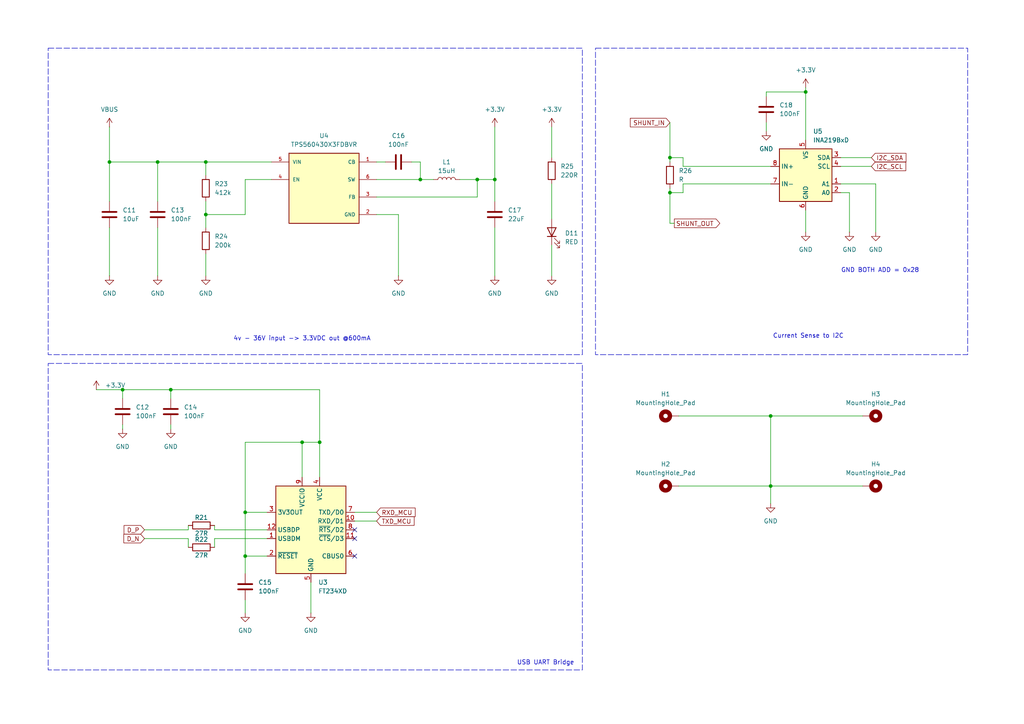
<source format=kicad_sch>
(kicad_sch (version 20250114) (generator "eeschema") (generator_version "9.0")
  (paper "A4")
  (lib_symbols
    (symbol "Device:C" (pin_numbers (hide yes)) (pin_names (offset 0.254))
      (property "Reference" "C" (at 0.635 2.54 0))
      (property "Value" "C" (at 0.635 -2.54 0))
      (symbol "C_0_1"
        (polyline (pts (xy -2.032 0.762) (xy 2.032 0.762)) (stroke (width 0.508)))
        (polyline (pts (xy -2.032 -0.762) (xy 2.032 -0.762)) (stroke (width 0.508)))
      )
      (symbol "C_1_1"
        (pin passive line (at 0 3.81 270) (length 2.794) (name "~") (number "1"))
        (pin passive line (at 0 -3.81 90) (length 2.794) (name "~") (number "2"))
      )
    )
    (symbol "Device:L" (pin_numbers (hide yes)) (pin_names (offset 1.016) (hide yes))
      (property "Reference" "L" (at -1.27 0 90))
      (property "Value" "L" (at 1.905 0 90))
      (symbol "L_0_1"
        (arc (start 0 2.54) (mid 0.6323 1.905) (end 0 1.27))
        (arc (start 0 1.27) (mid 0.6323 0.635) (end 0 0))
        (arc (start 0 0) (mid 0.6323 -0.635) (end 0 -1.27))
        (arc (start 0 -1.27) (mid 0.6323 -1.905) (end 0 -2.54))
      )
      (symbol "L_1_1"
        (pin passive line (at 0 3.81 270) (length 1.27) (name "1") (number "1"))
        (pin passive line (at 0 -3.81 90) (length 1.27) (name "2") (number "2"))
      )
    )
    (symbol "Device:LED" (pin_numbers (hide yes)) (pin_names (offset 1.016) (hide yes))
      (property "Reference" "D" (at 0 2.54 0))
      (property "Value" "LED" (at 0 -2.54 0))
      (symbol "LED_0_1"
        (polyline (pts (xy -3.048 -0.762) (xy -4.572 -2.286) (xy -3.81 -2.286) (xy -4.572 -2.286) (xy -4.572 -1.524)))
        (polyline (pts (xy -1.778 -0.762) (xy -3.302 -2.286) (xy -2.54 -2.286) (xy -3.302 -2.286) (xy -3.302 -1.524)))
        (polyline (pts (xy -1.27 0) (xy 1.27 0)))
        (polyline (pts (xy -1.27 -1.27) (xy -1.27 1.27)) (stroke (width 0.254)))
        (polyline (pts (xy 1.27 -1.27) (xy 1.27 1.27) (xy -1.27 0) (xy 1.27 -1.27)) (stroke (width 0.254)))
      )
      (symbol "LED_1_1"
        (pin passive line (at -3.81 0 0) (length 2.54) (name "K") (number "1"))
        (pin passive line (at 3.81 0 180) (length 2.54) (name "A") (number "2"))
      )
    )
    (symbol "Device:R" (pin_numbers (hide yes)) (pin_names (offset 0))
      (property "Reference" "R" (at 2.032 0 90))
      (property "Value" "R" (at 0 0 90))
      (symbol "R_0_1"
        (rectangle (start -1.016 -2.54) (end 1.016 2.54) (stroke (width 0.254)))
      )
      (symbol "R_1_1"
        (pin passive line (at 0 3.81 270) (length 1.27) (name "~") (number "1"))
        (pin passive line (at 0 -3.81 90) (length 1.27) (name "~") (number "2"))
      )
    )
    (symbol "Interface_USB:FT234XD"
      (property "Reference" "U" (at -15.494 14.986 0))
      (property "Value" "FT234XD" (at -15.494 12.954 0))
      (symbol "FT234XD_0_0"
        (rectangle (start -10.16 12.7) (end 10.16 -12.7) (stroke (width 0.254)) (fill (type background)))
      )
      (symbol "FT234XD_1_0"
        (pin power_out line (at -12.7 5.08 0) (length 2.54) (name "3V3OUT") (number "3"))
        (pin bidirectional line (at -12.7 0 0) (length 2.54) (name "USBDP") (number "12"))
        (pin bidirectional line (at -12.7 -2.54 0) (length 2.54) (name "USBDM") (number "1"))
        (pin input line (at -12.7 -7.62 0) (length 2.54) (name "~{RESET}") (number "2"))
        (pin power_in line (at -2.54 15.24 270) (length 2.54) (name "VCCIO") (number "9"))
        (pin passive line (at 0 -15.24 90) (length 2.54) (hide yes) (name "GND") (number "13"))
        (pin power_in line (at 0 -15.24 90) (length 2.54) (name "GND") (number "5"))
        (pin power_in line (at 2.54 15.24 270) (length 2.54) (name "VCC") (number "4"))
        (pin bidirectional line (at 12.7 5.08 180) (length 2.54) (name "TXD/D0") (number "7"))
        (pin bidirectional line (at 12.7 2.54 180) (length 2.54) (name "RXD/D1") (number "10"))
        (pin bidirectional line (at 12.7 0 180) (length 2.54) (name "~{RTS}/D2") (number "8"))
        (pin bidirectional line (at 12.7 -2.54 180) (length 2.54) (name "~{CTS}/D3") (number "11"))
        (pin bidirectional line (at 12.7 -7.62 180) (length 2.54) (name "CBUS0") (number "6"))
      )
    )
    (symbol "Mechanical:MountingHole_Pad" (pin_numbers (hide yes)) (pin_names (offset 1.016) (hide yes)) (in_bom no)
      (property "Reference" "H" (at 0 6.35 0))
      (property "Value" "MountingHole_Pad" (at 0 4.445 0))
      (symbol "MountingHole_Pad_0_1"
        (circle (center 0 1.27) (radius 1.27) (stroke (width 1.27)))
      )
      (symbol "MountingHole_Pad_1_1"
        (pin input line (at 0 -2.54 90) (length 2.54) (name "1") (number "1"))
      )
    )
    (symbol "Sensor_Energy:INA219BxD"
      (property "Reference" "U" (at -6.35 8.89 0))
      (property "Value" "INA219BxD" (at 5.08 8.89 0))
      (symbol "INA219BxD_0_1"
        (rectangle (start -7.62 7.62) (end 7.62 -7.62) (stroke (width 0.254)) (fill (type background)))
      )
      (symbol "INA219BxD_1_1"
        (pin input line (at -10.16 2.54 0) (length 2.54) (name "IN+") (number "8"))
        (pin input line (at -10.16 -2.54 0) (length 2.54) (name "IN-") (number "7"))
        (pin power_in line (at 0 10.16 270) (length 2.54) (name "VS") (number "5"))
        (pin power_in line (at 0 -10.16 90) (length 2.54) (name "GND") (number "6"))
        (pin bidirectional line (at 10.16 5.08 180) (length 2.54) (name "SDA") (number "3"))
        (pin input line (at 10.16 2.54 180) (length 2.54) (name "SCL") (number "4"))
        (pin input line (at 10.16 -2.54 180) (length 2.54) (name "A1") (number "1"))
        (pin input line (at 10.16 -5.08 180) (length 2.54) (name "A0") (number "2"))
      )
    )
    (symbol "TPS560430X3FDBVR:TPS560430X3FDBVR" (pin_names (offset 1.016))
      (property "Reference" "U" (at -10.16 10.922 0))
      (property "Value" "TPS560430X3FDBVR" (at -10.16 -12.7 0))
      (symbol "TPS560430X3FDBVR_0_0"
        (rectangle (start -10.16 -10.16) (end 10.16 10.16) (stroke (width 0.254)) (fill (type background)))
        (pin input line (at -15.24 7.62 0) (length 5.08) (name "VIN") (number "5"))
        (pin input line (at -15.24 2.54 0) (length 5.08) (name "EN") (number "4"))
        (pin passive line (at 15.24 7.62 180) (length 5.08) (name "CB") (number "1"))
        (pin passive line (at 15.24 2.54 180) (length 5.08) (name "SW") (number "6"))
        (pin input line (at 15.24 -2.54 180) (length 5.08) (name "FB") (number "3"))
        (pin power_in line (at 15.24 -7.62 180) (length 5.08) (name "GND") (number "2"))
      )
    )
    (symbol "power:+3.3V" (power) (pin_numbers (hide yes)) (pin_names (offset 0) (hide yes))
      (property "Value" "+3.3V" (at 0 3.556 0))
      (symbol "+3.3V_0_1"
        (polyline (pts (xy -0.762 1.27) (xy 0 2.54)))
        (polyline (pts (xy 0 2.54) (xy 0.762 1.27)))
        (polyline (pts (xy 0 0) (xy 0 2.54)))
      )
      (symbol "+3.3V_1_1"
        (pin power_in line (at 0 0 90) (length 0) (name "~") (number "1"))
      )
    )
    (symbol "power:GND" (power) (pin_numbers (hide yes)) (pin_names (offset 0) (hide yes))
      (property "Value" "GND" (at 0 -3.81 0))
      (symbol "GND_0_1"
        (polyline (pts (xy 0 0) (xy 0 -1.27) (xy 1.27 -1.27) (xy 0 -2.54) (xy -1.27 -1.27) (xy 0 -1.27)))
      )
      (symbol "GND_1_1"
        (pin power_in line (at 0 0 270) (length 0) (name "~") (number "1"))
      )
    )
    (symbol "power:VBUS" (power) (pin_numbers (hide yes)) (pin_names (offset 0) (hide yes))
      (property "Value" "VBUS" (at 0 3.556 0))
      (symbol "VBUS_0_1"
        (polyline (pts (xy -0.762 1.27) (xy 0 2.54)))
        (polyline (pts (xy 0 2.54) (xy 0.762 1.27)))
        (polyline (pts (xy 0 0) (xy 0 2.54)))
      )
      (symbol "VBUS_1_1"
        (pin power_in line (at 0 0 90) (length 0) (name "~") (number "1"))
      )
    )
  )
  (rectangle (start 172.72 13.97) (end 280.67 102.87) (stroke (width 0) (type dash)))
  (rectangle (start 13.97 105.41) (end 168.91 194.31) (stroke (width 0) (type dash)))
  (rectangle (start 13.97 13.97) (end 168.91 102.87) (stroke (width 0) (type dash)))
  (text "Current Sense to I2C" (at 234.442 97.536 0) (effects (font (size 1.27 1.27))))
  (text "4v - 36V input -> 3.3VDC out @600mA" (at 87.63 98.298 0) (effects (font (size 1.27 1.27))))
  (text "GND BOTH ADD = 0x28" (at 255.27 78.486 0) (effects (font (size 1.27 1.27))))
  (text "USB UART Bridge" (at 158.242 192.278 0) (effects (font (size 1.27 1.27))))
  (junction (at 45.72 46.99))
  (junction (at 121.92 52.07))
  (junction (at 143.51 52.07))
  (junction (at 138.43 52.07))
  (junction (at 223.52 120.65))
  (junction (at 59.69 46.99))
  (junction (at 31.75 46.99))
  (junction (at 71.12 161.29))
  (junction (at 223.52 140.97))
  (junction (at 194.31 55.88))
  (junction (at 59.69 62.23))
  (junction (at 35.56 113.03))
  (junction (at 71.12 148.59))
  (junction (at 87.63 128.27))
  (junction (at 92.71 128.27))
  (junction (at 233.68 26.67))
  (junction (at 194.31 45.72))
  (junction (at 49.53 113.03))
  (no_connect (at 102.87 161.29))
  (no_connect (at 102.87 153.67))
  (no_connect (at 102.87 156.21))
  (wire (pts (xy 121.92 52.07) (xy 125.73 52.07)))
  (wire (pts (xy 71.12 62.23) (xy 71.12 52.07)))
  (wire (pts (xy 59.69 58.42) (xy 59.69 62.23)))
  (wire (pts (xy 35.56 123.19) (xy 35.56 124.46)))
  (wire (pts (xy 31.75 46.99) (xy 45.72 46.99)))
  (wire (pts (xy 71.12 173.99) (xy 71.12 177.8)))
  (wire (pts (xy 92.71 113.03) (xy 92.71 128.27)))
  (wire (pts (xy 222.25 26.67) (xy 222.25 27.94)))
  (wire (pts (xy 41.91 156.21) (xy 54.61 156.21)))
  (wire (pts (xy 41.91 153.67) (xy 54.61 153.67)))
  (wire (pts (xy 115.57 80.01) (xy 115.57 62.23)))
  (wire (pts (xy 109.22 57.15) (xy 138.43 57.15)))
  (wire (pts (xy 54.61 158.75) (xy 54.61 156.21)))
  (wire (pts (xy 194.31 55.88) (xy 198.12 55.88)))
  (wire (pts (xy 198.12 48.26) (xy 223.52 48.26)))
  (wire (pts (xy 45.72 46.99) (xy 59.69 46.99)))
  (wire (pts (xy 198.12 45.72) (xy 194.31 45.72)))
  (wire (pts (xy 49.53 115.57) (xy 49.53 113.03)))
  (wire (pts (xy 31.75 58.42) (xy 31.75 46.99)))
  (wire (pts (xy 194.31 55.88) (xy 194.31 64.77)))
  (wire (pts (xy 138.43 52.07) (xy 143.51 52.07)))
  (wire (pts (xy 243.84 45.72) (xy 252.73 45.72)))
  (wire (pts (xy 160.02 36.83) (xy 160.02 45.72)))
  (wire (pts (xy 160.02 71.12) (xy 160.02 80.01)))
  (wire (pts (xy 59.69 46.99) (xy 59.69 50.8)))
  (wire (pts (xy 194.31 54.61) (xy 194.31 55.88)))
  (wire (pts (xy 143.51 52.07) (xy 143.51 58.42)))
  (wire (pts (xy 233.68 26.67) (xy 222.25 26.67)))
  (wire (pts (xy 143.51 66.04) (xy 143.51 80.01)))
  (wire (pts (xy 254 53.34) (xy 254 67.31)))
  (wire (pts (xy 31.75 36.83) (xy 31.75 46.99)))
  (wire (pts (xy 223.52 140.97) (xy 250.19 140.97)))
  (wire (pts (xy 115.57 62.23) (xy 109.22 62.23)))
  (wire (pts (xy 223.52 140.97) (xy 223.52 146.05)))
  (wire (pts (xy 71.12 128.27) (xy 71.12 148.59)))
  (wire (pts (xy 49.53 123.19) (xy 49.53 124.46)))
  (wire (pts (xy 90.17 168.91) (xy 90.17 177.8)))
  (wire (pts (xy 109.22 52.07) (xy 121.92 52.07)))
  (wire (pts (xy 102.87 151.13) (xy 109.22 151.13)))
  (wire (pts (xy 59.69 62.23) (xy 59.69 66.04)))
  (wire (pts (xy 243.84 55.88) (xy 246.38 55.88)))
  (wire (pts (xy 143.51 36.83) (xy 143.51 52.07)))
  (wire (pts (xy 71.12 148.59) (xy 71.12 161.29)))
  (wire (pts (xy 45.72 46.99) (xy 45.72 58.42)))
  (wire (pts (xy 119.38 46.99) (xy 121.92 46.99)))
  (wire (pts (xy 87.63 128.27) (xy 87.63 138.43)))
  (wire (pts (xy 160.02 53.34) (xy 160.02 63.5)))
  (wire (pts (xy 222.25 35.56) (xy 222.25 38.1)))
  (wire (pts (xy 138.43 57.15) (xy 138.43 52.07)))
  (wire (pts (xy 243.84 53.34) (xy 254 53.34)))
  (wire (pts (xy 49.53 113.03) (xy 92.71 113.03)))
  (wire (pts (xy 109.22 46.99) (xy 111.76 46.99)))
  (wire (pts (xy 92.71 128.27) (xy 92.71 138.43)))
  (wire (pts (xy 198.12 48.26) (xy 198.12 45.72)))
  (wire (pts (xy 138.43 52.07) (xy 133.35 52.07)))
  (wire (pts (xy 54.61 153.67) (xy 54.61 152.4)))
  (wire (pts (xy 31.75 66.04) (xy 31.75 80.01)))
  (wire (pts (xy 62.23 153.67) (xy 77.47 153.67)))
  (wire (pts (xy 49.53 113.03) (xy 35.56 113.03)))
  (wire (pts (xy 35.56 113.03) (xy 27.94 113.03)))
  (wire (pts (xy 194.31 64.77) (xy 195.58 64.77)))
  (wire (pts (xy 243.84 48.26) (xy 252.73 48.26)))
  (wire (pts (xy 62.23 156.21) (xy 62.23 158.75)))
  (wire (pts (xy 77.47 148.59) (xy 71.12 148.59)))
  (wire (pts (xy 196.85 140.97) (xy 223.52 140.97)))
  (wire (pts (xy 62.23 153.67) (xy 62.23 152.4)))
  (wire (pts (xy 233.68 67.31) (xy 233.68 60.96)))
  (wire (pts (xy 71.12 52.07) (xy 78.74 52.07)))
  (wire (pts (xy 71.12 161.29) (xy 71.12 166.37)))
  (wire (pts (xy 45.72 66.04) (xy 45.72 80.01)))
  (wire (pts (xy 121.92 46.99) (xy 121.92 52.07)))
  (wire (pts (xy 59.69 46.99) (xy 78.74 46.99)))
  (wire (pts (xy 194.31 45.72) (xy 194.31 46.99)))
  (wire (pts (xy 62.23 156.21) (xy 77.47 156.21)))
  (wire (pts (xy 198.12 53.34) (xy 223.52 53.34)))
  (wire (pts (xy 71.12 161.29) (xy 77.47 161.29)))
  (wire (pts (xy 59.69 62.23) (xy 71.12 62.23)))
  (wire (pts (xy 194.31 35.56) (xy 194.31 45.72)))
  (wire (pts (xy 223.52 120.65) (xy 223.52 140.97)))
  (wire (pts (xy 250.19 120.65) (xy 223.52 120.65)))
  (wire (pts (xy 87.63 128.27) (xy 92.71 128.27)))
  (wire (pts (xy 35.56 113.03) (xy 35.56 115.57)))
  (wire (pts (xy 196.85 120.65) (xy 223.52 120.65)))
  (wire (pts (xy 246.38 55.88) (xy 246.38 67.31)))
  (wire (pts (xy 233.68 25.4) (xy 233.68 26.67)))
  (wire (pts (xy 233.68 26.67) (xy 233.68 40.64)))
  (wire (pts (xy 59.69 73.66) (xy 59.69 80.01)))
  (wire (pts (xy 102.87 148.59) (xy 109.22 148.59)))
  (wire (pts (xy 198.12 53.34) (xy 198.12 55.88)))
  (wire (pts (xy 71.12 128.27) (xy 87.63 128.27)))
  (global_label "SHUNT_OUT" (shape output) (at 195.58 64.77 0) (property "Intersheetrefs" "${INTERSHEET_REFS}" (effects (hide yes))))
  (global_label "SHUNT_IN" (shape input) (at 194.31 35.56 180) (property "Intersheetrefs" "${INTERSHEET_REFS}" (effects (hide yes))))
  (global_label "D_N" (shape input) (at 41.91 156.21 180) (property "Intersheetrefs" "${INTERSHEET_REFS}" (effects (hide yes))))
  (global_label "RXD_MCU" (shape input) (at 109.22 148.59 0) (property "Intersheetrefs" "${INTERSHEET_REFS}" (effects (hide yes))))
  (global_label "TXD_MCU" (shape input) (at 109.22 151.13 0) (property "Intersheetrefs" "${INTERSHEET_REFS}" (effects (hide yes))))
  (global_label "I2C_SDA" (shape input) (at 252.73 45.72 0) (property "Intersheetrefs" "${INTERSHEET_REFS}" (effects (hide yes))))
  (global_label "I2C_SCL" (shape input) (at 252.73 48.26 0) (property "Intersheetrefs" "${INTERSHEET_REFS}" (effects (hide yes))))
  (global_label "D_P" (shape input) (at 41.91 153.67 180) (property "Intersheetrefs" "${INTERSHEET_REFS}" (effects (hide yes))))
  (symbol (lib_id "power:+3.3V") (at 143.51 36.83 0) (unit 1)
    (property "Reference" "#PWR051" (effects (hide yes)))
    (property "Value" "+3.3V" (at 143.51 31.75 0))
    (property "Description" "Power symbol creates a global label with name \"+3.3V\"" (effects (hide yes)))
  )
  (symbol (lib_id "Device:C") (at 35.56 119.38 0) (unit 1)
    (property "Reference" "C12" (at 39.37 118.1099 0) (effects (justify left)))
    (property "Value" "100nF" (at 39.37 120.6499 0) (effects (justify left)))
    (property "Footprint" "Capacitor_SMD:C_0603_1608Metric" (effects (hide yes)))
    (property "Description" "Unpolarized capacitor" (effects (hide yes)))
  )
  (symbol (lib_id "power:VBUS") (at 31.75 36.83 0) (unit 1)
    (property "Reference" "#PWR042" (effects (hide yes)))
    (property "Value" "VBUS" (at 31.75 31.75 0))
    (property "Description" "Power symbol creates a global label with name \"VBUS\"" (effects (hide yes)))
  )
  (symbol (lib_id "Sensor_Energy:INA219BxD") (at 233.68 50.8 0) (unit 1)
    (property "Reference" "U5" (at 235.8233 38.1 0) (effects (justify left)))
    (property "Value" "INA219BxD" (at 235.8233 40.64 0) (effects (justify left)))
    (property "Footprint" "Package_SO:SOIC-8_3.9x4.9mm_P1.27mm" (effects (hide yes)))
    (property "Datasheet" "http://www.ti.com/lit/ds/symlink/ina219.pdf" (effects (hide yes)))
    (property "Description" "Zero-Drift, HighAccuracy, Bidirectional Current/Power Monitor (0-26V) With I2C Interface, SOIC-8" (effects (hide yes)))
  )
  (symbol (lib_id "Device:R") (at 194.31 50.8 0) (unit 1)
    (property "Reference" "R26" (at 196.85 49.5299 0) (effects (justify left)))
    (property "Value" "R" (at 196.85 52.0699 0) (effects (justify left)))
    (property "Footprint" "Resistor_SMD:R_2816_7142Metric" (effects (hide yes)))
    (property "Description" "Resistor" (effects (hide yes)))
    (property "MPN1" "WSL2512R0100FEA" (effects (hide yes)))
    (property "MFR1" "Vishay" (effects (hide yes)))
  )
  (symbol (lib_id "power:GND") (at 31.75 80.01 0) (unit 1)
    (property "Reference" "#PWR043" (effects (hide yes)))
    (property "Value" "GND" (at 31.75 85.09 0))
    (property "Description" "Power symbol creates a global label with name \"GND\" , ground" (effects (hide yes)))
  )
  (symbol (lib_id "power:GND") (at 222.25 38.1 0) (unit 1)
    (property "Reference" "#PWR055" (effects (hide yes)))
    (property "Value" "GND" (at 222.25 43.18 0))
    (property "Description" "Power symbol creates a global label with name \"GND\" , ground" (effects (hide yes)))
  )
  (symbol (lib_id "power:GND") (at 90.17 177.8 0) (unit 1)
    (property "Reference" "#PWR049" (effects (hide yes)))
    (property "Value" "GND" (at 90.17 182.88 0))
    (property "Description" "Power symbol creates a global label with name \"GND\" , ground" (effects (hide yes)))
  )
  (symbol (lib_id "Device:R") (at 58.42 152.4 90) (unit 1)
    (property "Reference" "R21" (at 58.42 150.114 90))
    (property "Value" "27R" (at 58.42 154.686 90))
    (property "Footprint" "Resistor_SMD:R_0603_1608Metric" (effects (hide yes)))
    (property "Description" "Resistor" (effects (hide yes)))
  )
  (symbol (lib_id "TPS560430X3FDBVR:TPS560430X3FDBVR") (at 93.98 54.61 0) (unit 1)
    (property "Reference" "U4" (at 93.98 39.37 0))
    (property "Value" "TPS560430X3FDBVR" (at 93.98 41.91 0))
    (property "Footprint" "Project_Footprints:SOT-23-6" (effects (hide yes)))
    (property "MF" "Texas Instruments" (effects (hide yes)))
    (property "MAXIMUM_PACKAGE_HEIGHT" "1.45mm" (effects (hide yes)))
    (property "Package" "SOT-23-6 Texas Instruments" (effects (hide yes)))
    (property "Price" "None" (effects (hide yes)))
    (property "Check_prices" "https://www.snapeda.com/parts/TPS560430X3FDBVR/Texas+Instruments/view-part/?ref=eda" (effects (hide yes)))
    (property "STANDARD" "Manufacturer Recommendations" (effects (hide yes)))
    (property "PARTREV" "B" (effects (hide yes)))
    (property "SnapEDA_Link" "https://www.snapeda.com/parts/TPS560430X3FDBVR/Texas+Instruments/view-part/?ref=snap" (effects (hide yes)))
    (property "MP" "TPS560430X3FDBVR" (effects (hide yes)))
    (property "Description_1" "SIMPLE SWITCHER® 36-V, 600-mA Buck Regulator With High-Efficiency Sleep Mode" (effects (hide yes)))
    (property "Availability" "In Stock" (effects (hide yes)))
    (property "MANUFACTURER" "Texas Instruments" (effects (hide yes)))
  )
  (symbol (lib_id "Device:C") (at 115.57 46.99 90) (unit 1)
    (property "Reference" "C16" (at 115.57 39.37 90))
    (property "Value" "100nF" (at 115.57 41.91 90))
    (property "Footprint" "Capacitor_SMD:C_0603_1608Metric" (effects (hide yes)))
    (property "Description" "Unpolarized capacitor" (effects (hide yes)))
  )
  (symbol (lib_id "Device:C") (at 71.12 170.18 0) (unit 1)
    (property "Reference" "C15" (at 74.93 168.9099 0) (effects (justify left)))
    (property "Value" "100nF" (at 74.93 171.4499 0) (effects (justify left)))
    (property "Footprint" "Capacitor_SMD:C_0603_1608Metric" (effects (hide yes)))
    (property "Description" "Unpolarized capacitor" (effects (hide yes)))
  )
  (symbol (lib_id "power:GND") (at 223.52 146.05 0) (unit 1)
    (property "Reference" "#PWR056" (effects (hide yes)))
    (property "Value" "GND" (at 223.52 151.13 0))
    (property "Description" "Power symbol creates a global label with name \"GND\" , ground" (effects (hide yes)))
  )
  (symbol (lib_id "Device:C") (at 143.51 62.23 0) (unit 1)
    (property "Reference" "C17" (at 147.32 60.9599 0) (effects (justify left)))
    (property "Value" "22uF" (at 147.32 63.4999 0) (effects (justify left)))
    (property "Footprint" "Capacitor_SMD:C_0805_2012Metric" (effects (hide yes)))
    (property "Description" "Unpolarized capacitor" (effects (hide yes)))
  )
  (symbol (lib_id "power:GND") (at 35.56 124.46 0) (unit 1)
    (property "Reference" "#PWR044" (effects (hide yes)))
    (property "Value" "GND" (at 35.56 129.54 0))
    (property "Description" "Power symbol creates a global label with name \"GND\" , ground" (effects (hide yes)))
  )
  (symbol (lib_id "power:GND") (at 71.12 177.8 0) (unit 1)
    (property "Reference" "#PWR048" (effects (hide yes)))
    (property "Value" "GND" (at 71.12 182.88 0))
    (property "Description" "Power symbol creates a global label with name \"GND\" , ground" (effects (hide yes)))
  )
  (symbol (lib_id "Device:C") (at 45.72 62.23 0) (unit 1)
    (property "Reference" "C13" (at 49.53 60.9599 0) (effects (justify left)))
    (property "Value" "100nF" (at 49.53 63.4999 0) (effects (justify left)))
    (property "Footprint" "Capacitor_SMD:C_0603_1608Metric" (effects (hide yes)))
    (property "Description" "Unpolarized capacitor" (effects (hide yes)))
  )
  (symbol (lib_id "Device:C") (at 31.75 62.23 0) (unit 1)
    (property "Reference" "C11" (at 35.56 60.9599 0) (effects (justify left)))
    (property "Value" "10uF" (at 35.56 63.4999 0) (effects (justify left)))
    (property "Footprint" "Capacitor_SMD:C_1210_3225Metric" (effects (hide yes)))
    (property "Description" "Unpolarized capacitor" (effects (hide yes)))
    (property "MFR1" "Murata" (effects (hide yes)))
    (property "MPN1" "GRM32ER71J106KA12L" (effects (hide yes)))
  )
  (symbol (lib_id "Interface_USB:FT234XD") (at 90.17 153.67 0) (unit 1)
    (property "Reference" "U3" (at 92.3133 168.91 0) (effects (justify left)))
    (property "Value" "FT234XD" (at 92.3133 171.45 0) (effects (justify left)))
    (property "Footprint" "Package_DFN_QFN:DFN-12-1EP_3x3mm_P0.45mm_EP1.65x2.38mm" (effects (hide yes)))
    (property "Datasheet" "https://ftdichip.com/wp-content/uploads/2024/05/DS_FT234XD.pdf" (effects (hide yes)))
    (property "Description" "Full Speed USB to Basic UART, WDFN-12" (effects (hide yes)))
  )
  (symbol (lib_id "power:GND") (at 254 67.31 0) (unit 1)
    (property "Reference" "#PWR060" (effects (hide yes)))
    (property "Value" "GND" (at 254 72.39 0))
    (property "Description" "Power symbol creates a global label with name \"GND\" , ground" (effects (hide yes)))
  )
  (symbol (lib_id "power:GND") (at 160.02 80.01 0) (unit 1)
    (property "Reference" "#PWR054" (effects (hide yes)))
    (property "Value" "GND" (at 160.02 85.09 0))
    (property "Description" "Power symbol creates a global label with name \"GND\" , ground" (effects (hide yes)))
  )
  (symbol (lib_id "Device:L") (at 129.54 52.07 90) (unit 1)
    (property "Reference" "L1" (at 129.54 46.99 90))
    (property "Value" "15uH" (at 129.54 49.53 90))
    (property "Footprint" "Inductor_SMD:L_Coilcraft_LPS4018" (effects (hide yes)))
    (property "Datasheet" "https://www.coilcraft.com/getmedia/31b05c96-4c4c-4498-8dbb-fe092de76bad/lps4018.pdf" (effects (hide yes)))
    (property "Description" "Inductor" (effects (hide yes)))
    (property "MFR" "Coilcraft" (effects (hide yes)))
    (property "MPN1" "LPS4018-153MR" (effects (hide yes)))
  )
  (symbol (lib_id "power:GND") (at 115.57 80.01 0) (unit 1)
    (property "Reference" "#PWR050" (effects (hide yes)))
    (property "Value" "GND" (at 115.57 85.09 0))
    (property "Description" "Power symbol creates a global label with name \"GND\" , ground" (effects (hide yes)))
  )
  (symbol (lib_id "Device:C") (at 49.53 119.38 0) (unit 1)
    (property "Reference" "C14" (at 53.34 118.1099 0) (effects (justify left)))
    (property "Value" "100nF" (at 53.34 120.6499 0) (effects (justify left)))
    (property "Footprint" "Capacitor_SMD:C_0603_1608Metric" (effects (hide yes)))
    (property "Description" "Unpolarized capacitor" (effects (hide yes)))
  )
  (symbol (lib_id "power:VBUS") (at 27.94 113.03 0) (unit 1)
    (property "Reference" "#PWR041" (effects (hide yes)))
    (property "Value" "+3.3V" (at 30.48 111.7599 0) (effects (justify left)))
    (property "Description" "Power symbol creates a global label with name \"VBUS\"" (effects (hide yes)))
  )
  (symbol (lib_id "power:GND") (at 143.51 80.01 0) (unit 1)
    (property "Reference" "#PWR052" (effects (hide yes)))
    (property "Value" "GND" (at 143.51 85.09 0))
    (property "Description" "Power symbol creates a global label with name \"GND\" , ground" (effects (hide yes)))
  )
  (symbol (lib_id "power:GND") (at 45.72 80.01 0) (unit 1)
    (property "Reference" "#PWR045" (effects (hide yes)))
    (property "Value" "GND" (at 45.72 85.09 0))
    (property "Description" "Power symbol creates a global label with name \"GND\" , ground" (effects (hide yes)))
  )
  (symbol (lib_id "Device:C") (at 222.25 31.75 0) (unit 1)
    (property "Reference" "C18" (at 226.06 30.4799 0) (effects (justify left)))
    (property "Value" "100nF" (at 226.06 33.0199 0) (effects (justify left)))
    (property "Footprint" "Capacitor_SMD:C_0603_1608Metric" (effects (hide yes)))
    (property "Description" "Unpolarized capacitor" (effects (hide yes)))
  )
  (symbol (lib_id "Mechanical:MountingHole_Pad") (at 252.73 120.65 270) (mirror x) (unit 1) (in_bom no)
    (property "Reference" "H3" (at 254 114.3 90))
    (property "Value" "MountingHole_Pad" (at 254 116.84 90))
    (property "Footprint" "MountingHole:MountingHole_3.2mm_M3_DIN965_Pad_TopBottom" (effects (hide yes)))
    (property "Description" "Mounting Hole with connection" (effects (hide yes)))
  )
  (symbol (lib_id "Device:LED") (at 160.02 67.31 90) (unit 1)
    (property "Reference" "D11" (at 163.83 67.6274 90) (effects (justify right)))
    (property "Value" "RED" (at 163.83 70.1674 90) (effects (justify right)))
    (property "Footprint" "LED_SMD:LED_0805_2012Metric" (effects (hide yes)))
    (property "Description" "Light emitting diode" (effects (hide yes)))
    (property "Sim.Pins" "1=K 2=A" (effects (hide yes)))
    (property "MFR1" "Kingbright" (effects (hide yes)))
    (property "MPN1" "APT2012SURCK" (effects (hide yes)))
  )
  (symbol (lib_id "Mechanical:MountingHole_Pad") (at 194.31 140.97 90) (unit 1) (in_bom no)
    (property "Reference" "H2" (at 193.04 134.62 90))
    (property "Value" "MountingHole_Pad" (at 193.04 137.16 90))
    (property "Footprint" "MountingHole:MountingHole_3.2mm_M3_DIN965_Pad_TopBottom" (effects (hide yes)))
    (property "Description" "Mounting Hole with connection" (effects (hide yes)))
  )
  (symbol (lib_id "power:GND") (at 49.53 124.46 0) (unit 1)
    (property "Reference" "#PWR046" (effects (hide yes)))
    (property "Value" "GND" (at 49.53 129.54 0))
    (property "Description" "Power symbol creates a global label with name \"GND\" , ground" (effects (hide yes)))
  )
  (symbol (lib_id "power:GND") (at 233.68 67.31 0) (unit 1)
    (property "Reference" "#PWR058" (effects (hide yes)))
    (property "Value" "GND" (at 233.68 72.39 0))
    (property "Description" "Power symbol creates a global label with name \"GND\" , ground" (effects (hide yes)))
  )
  (symbol (lib_id "Mechanical:MountingHole_Pad") (at 252.73 140.97 270) (mirror x) (unit 1) (in_bom no)
    (property "Reference" "H4" (at 254 134.62 90))
    (property "Value" "MountingHole_Pad" (at 254 137.16 90))
    (property "Footprint" "MountingHole:MountingHole_3.2mm_M3_DIN965_Pad_TopBottom" (effects (hide yes)))
    (property "Description" "Mounting Hole with connection" (effects (hide yes)))
  )
  (symbol (lib_id "Device:R") (at 59.69 69.85 0) (unit 1)
    (property "Reference" "R24" (at 62.23 68.5799 0) (effects (justify left)))
    (property "Value" "200k" (at 62.23 71.1199 0) (effects (justify left)))
    (property "Footprint" "Resistor_SMD:R_0603_1608Metric" (effects (hide yes)))
    (property "Description" "Resistor" (effects (hide yes)))
  )
  (symbol (lib_id "Device:R") (at 160.02 49.53 0) (unit 1)
    (property "Reference" "R25" (at 162.56 48.2599 0) (effects (justify left)))
    (property "Value" "220R" (at 162.56 50.7999 0) (effects (justify left)))
    (property "Footprint" "Resistor_SMD:R_0805_2012Metric" (effects (hide yes)))
    (property "Description" "Resistor" (effects (hide yes)))
  )
  (symbol (lib_id "Mechanical:MountingHole_Pad") (at 194.31 120.65 90) (unit 1) (in_bom no)
    (property "Reference" "H1" (at 193.04 114.3 90))
    (property "Value" "MountingHole_Pad" (at 193.04 116.84 90))
    (property "Footprint" "MountingHole:MountingHole_3.2mm_M3_DIN965_Pad_TopBottom" (effects (hide yes)))
    (property "Description" "Mounting Hole with connection" (effects (hide yes)))
  )
  (symbol (lib_id "power:GND") (at 246.38 67.31 0) (unit 1)
    (property "Reference" "#PWR059" (effects (hide yes)))
    (property "Value" "GND" (at 246.38 72.39 0))
    (property "Description" "Power symbol creates a global label with name \"GND\" , ground" (effects (hide yes)))
  )
  (symbol (lib_id "power:GND") (at 59.69 80.01 0) (unit 1)
    (property "Reference" "#PWR047" (effects (hide yes)))
    (property "Value" "GND" (at 59.69 85.09 0))
    (property "Description" "Power symbol creates a global label with name \"GND\" , ground" (effects (hide yes)))
  )
  (symbol (lib_id "power:+3.3V") (at 233.68 25.4 0) (unit 1)
    (property "Reference" "#PWR057" (effects (hide yes)))
    (property "Value" "+3.3V" (at 233.68 20.32 0))
    (property "Description" "Power symbol creates a global label with name \"+3.3V\"" (effects (hide yes)))
  )
  (symbol (lib_id "power:+3.3V") (at 160.02 36.83 0) (unit 1)
    (property "Reference" "#PWR053" (effects (hide yes)))
    (property "Value" "+3.3V" (at 160.02 31.75 0))
    (property "Description" "Power symbol creates a global label with name \"+3.3V\"" (effects (hide yes)))
  )
  (symbol (lib_id "Device:R") (at 58.42 158.75 90) (unit 1)
    (property "Reference" "R22" (at 58.42 156.464 90))
    (property "Value" "27R" (at 58.42 161.036 90))
    (property "Footprint" "Resistor_SMD:R_0603_1608Metric" (effects (hide yes)))
    (property "Description" "Resistor" (effects (hide yes)))
  )
  (symbol (lib_id "Device:R") (at 59.69 54.61 0) (unit 1)
    (property "Reference" "R23" (at 62.23 53.3399 0) (effects (justify left)))
    (property "Value" "412k" (at 62.23 55.8799 0) (effects (justify left)))
    (property "Footprint" "Resistor_SMD:R_0603_1608Metric" (effects (hide yes)))
    (property "Description" "Resistor" (effects (hide yes)))
  )
)
</source>
